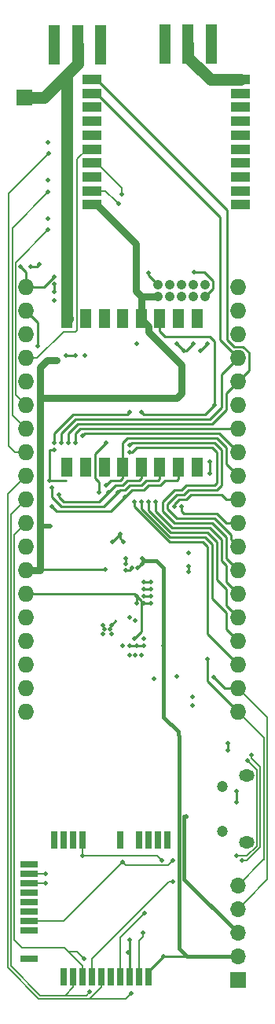
<source format=gbr>
G04 #@! TF.FileFunction,Copper,L2,Bot,Signal*
%FSLAX46Y46*%
G04 Gerber Fmt 4.6, Leading zero omitted, Abs format (unit mm)*
G04 Created by KiCad (PCBNEW 4.0.6) date 06/09/17 16:23:24*
%MOMM*%
%LPD*%
G01*
G04 APERTURE LIST*
%ADD10C,0.100000*%
%ADD11O,1.727200X1.727200*%
%ADD12C,1.200000*%
%ADD13O,1.700000X1.300000*%
%ADD14R,1.270000X4.200000*%
%ADD15O,1.050000X1.050000*%
%ADD16R,1.300000X2.000000*%
%ADD17R,1.700000X1.700000*%
%ADD18O,1.700000X1.700000*%
%ADD19R,1.998980X1.000760*%
%ADD20R,1.900000X0.800000*%
%ADD21R,0.800000X1.900000*%
%ADD22C,0.500000*%
%ADD23C,1.270000*%
%ADD24C,0.254000*%
%ADD25C,0.381000*%
%ADD26C,0.762000*%
%ADD27C,0.508000*%
%ADD28C,0.203200*%
G04 APERTURE END LIST*
D10*
D11*
X24130000Y17780000D03*
X24130000Y20320000D03*
X24130000Y22860000D03*
X24130000Y25400000D03*
X24130000Y50800000D03*
X24130000Y48260000D03*
X24130000Y45720000D03*
X24130000Y43180000D03*
X24130000Y40640000D03*
X24130000Y38100000D03*
X24130000Y35560000D03*
X24130000Y33020000D03*
X24130000Y30480000D03*
X24130000Y27940000D03*
X24130000Y15240000D03*
X24130000Y12700000D03*
X24130000Y10160000D03*
X24130000Y7620000D03*
X24130000Y5080000D03*
D12*
X22425000Y-7800000D03*
X22425000Y-2950000D03*
D13*
X25075000Y-9000000D03*
X25075000Y-1750000D03*
D14*
X6852800Y76860400D03*
X4352800Y76860400D03*
X9352800Y76860400D03*
D15*
X15494000Y49784000D03*
X15494000Y51054000D03*
X16764000Y49784000D03*
X16764000Y51054000D03*
X18034000Y49784000D03*
X18034000Y51054000D03*
X19304000Y49784000D03*
X19304000Y51054000D03*
X20574000Y49784000D03*
X20574000Y51054000D03*
D11*
X1270000Y17780000D03*
X1270000Y20320000D03*
X1270000Y22860000D03*
X1270000Y25400000D03*
X1270000Y50800000D03*
X1270000Y48260000D03*
X1270000Y45720000D03*
X1270000Y43180000D03*
X1270000Y40640000D03*
X1270000Y38100000D03*
X1270000Y35560000D03*
X1270000Y33020000D03*
X1270000Y30480000D03*
X1270000Y27940000D03*
X1270000Y15240000D03*
X1270000Y12700000D03*
X1270000Y10160000D03*
X1270000Y7620000D03*
X1270000Y5080000D03*
D16*
X19700000Y31370000D03*
X17700000Y31370000D03*
X15700000Y31370000D03*
X13700000Y31370000D03*
X11700000Y31370000D03*
X9700000Y31370000D03*
X7700000Y31370000D03*
X5700000Y31370000D03*
X5700000Y47370000D03*
X7700000Y47370000D03*
X9700000Y47370000D03*
X11700000Y47370000D03*
X13700000Y47370000D03*
X15700000Y47370000D03*
X17700000Y47370000D03*
X19700000Y47370000D03*
D14*
X18750400Y77000000D03*
X16250400Y77000000D03*
X21250400Y77000000D03*
D17*
X24100000Y-23800000D03*
D18*
X24100000Y-21260000D03*
X24100000Y-18720000D03*
X24100000Y-16180000D03*
X24100000Y-13640000D03*
D19*
X8382000Y59654440D03*
X8382000Y61153040D03*
X8382000Y62654180D03*
X8382000Y64152780D03*
X8382000Y65653920D03*
X8382000Y67152520D03*
X8382000Y68653660D03*
X8382000Y70152260D03*
X8382000Y71653400D03*
X8382000Y73152000D03*
X24384000Y73152000D03*
X24384000Y71653400D03*
X24384000Y70152260D03*
X24384000Y68653660D03*
X24384000Y67152520D03*
X24384000Y65653920D03*
X24384000Y64152780D03*
X24384000Y62654180D03*
X24384000Y61153040D03*
X24384000Y59654440D03*
D17*
X1066800Y71170800D03*
D20*
X1651000Y-18478501D03*
X1651000Y-17462501D03*
X1651000Y-16446500D03*
X1651000Y-15430500D03*
X1651000Y-14414501D03*
X1651000Y-13398501D03*
X1651000Y-12382501D03*
X1651000Y-11366501D03*
X1651000Y-21526501D03*
D21*
X7370450Y-8696101D03*
X6354450Y-8696101D03*
X5338450Y-8696101D03*
X4322450Y-8696101D03*
X11434450Y-8696101D03*
X13466453Y-8696101D03*
X14482450Y-8696101D03*
X15498450Y-8696101D03*
X16514450Y-8696101D03*
X5330230Y-23426371D03*
X6346230Y-23426371D03*
X7362230Y-23426371D03*
X8378230Y-23426371D03*
X9394230Y-23426371D03*
X10410230Y-23426371D03*
X11426230Y-23426371D03*
X12442234Y-23426371D03*
X13458234Y-23426371D03*
X14474230Y-23426371D03*
D22*
X3672800Y58189600D03*
X3672800Y62298000D03*
X3672800Y66383600D03*
X23977600Y-4673600D03*
X23977600Y-3505200D03*
X12293600Y-20828000D03*
X12446000Y-19507200D03*
X16514450Y-8696101D03*
X1651000Y-11366501D03*
X17526000Y8890000D03*
X15113000Y8636000D03*
X2750000Y53250000D03*
X1750000Y53000000D03*
X700000Y53000000D03*
X4300000Y49400000D03*
X4300000Y50250000D03*
X4300000Y51100000D03*
X4300000Y51900000D03*
X13200000Y44712000D03*
X23050000Y1700000D03*
X23050000Y950000D03*
X19185000Y5797000D03*
X19185000Y6677000D03*
X18832990Y20780904D03*
X18832990Y20187834D03*
X18832990Y22178392D03*
X11800000Y23400000D03*
X10600000Y23400000D03*
X11400000Y24200000D03*
X19400000Y52400000D03*
X18288000Y43942000D03*
X19304000Y44704000D03*
X17526000Y44704000D03*
X20066000Y43942000D03*
X20828000Y44704000D03*
X10515600Y14427200D03*
X10502900Y13487400D03*
X13970000Y12954000D03*
X13970000Y12192000D03*
X13208000Y12192000D03*
X12446000Y12192000D03*
X4318000Y33274000D03*
X21082000Y30734000D03*
X21082000Y32004000D03*
X3810000Y29972000D03*
X11684000Y12192000D03*
X12446000Y15240000D03*
X13081000Y14859000D03*
X7620000Y43434000D03*
X6604000Y43434000D03*
X5588000Y43434000D03*
X10299700Y13970000D03*
X9575800Y14427200D03*
X9779000Y13957300D03*
X9575800Y13487400D03*
X8382000Y59654440D03*
X1651000Y-16446500D03*
X1651000Y-21526501D03*
X16090601Y-21260000D03*
X17674434Y2942434D03*
X16100000Y12200000D03*
X9800000Y20400000D03*
X13843000Y21590000D03*
X13843000Y20955000D03*
X13335000Y20574000D03*
X12700000Y20574000D03*
X12065000Y20320000D03*
X12065000Y20955000D03*
X12065000Y21590000D03*
X2794000Y32004000D03*
X3922000Y25034000D03*
X18034000Y40640000D03*
X3810000Y42926000D03*
X4572000Y42926000D03*
X13096000Y51308000D03*
X13096000Y51928000D03*
X13970000Y19050000D03*
X14732000Y19050000D03*
X14732000Y18288000D03*
X13970000Y18288000D03*
X13970000Y17526000D03*
X14732000Y17526000D03*
X14732000Y16764000D03*
X13970000Y16764000D03*
X13208000Y16764000D03*
X13208000Y17526000D03*
X12954000Y12954000D03*
X11582400Y60807600D03*
X18542000Y-6146800D03*
X11227589Y59740011D03*
X8382000Y65653920D03*
X3657600Y56946800D03*
X3657600Y61010800D03*
X13919200Y-18745200D03*
X12446000Y33782000D03*
X14043130Y-16592896D03*
X12446000Y33020000D03*
X9906000Y34036000D03*
X9144000Y28702000D03*
X7366000Y34798000D03*
X6604000Y34036000D03*
X5842000Y34036000D03*
X5080000Y34036000D03*
X12630311Y-25209112D03*
X4064000Y29210000D03*
X11176000Y28702000D03*
X8128000Y-25095200D03*
X4826000Y28448000D03*
X10160000Y28702000D03*
X7518400Y-21539200D03*
X4064000Y27178000D03*
X11938000Y28194000D03*
X13716000Y37338000D03*
X21590000Y38100000D03*
X9906000Y29464000D03*
X25590500Y444500D03*
X24551708Y-10965156D03*
X17068800Y-10965156D03*
X11694755Y-11113555D03*
X14478000Y27686000D03*
X15926589Y-10960311D03*
X7366000Y-10414000D03*
X15240000Y27686000D03*
X25146000Y-190500D03*
X23939500Y-10456301D03*
X13716000Y27686000D03*
X17272000Y27178000D03*
X17068800Y-13208000D03*
X18034000Y27178000D03*
X20850000Y10750000D03*
X21500000Y8800000D03*
X14478000Y52324000D03*
X3708400Y65176400D03*
X12446000Y37338000D03*
X4318000Y34036000D03*
X2540000Y44450000D03*
X13716000Y11176000D03*
X13081000Y11176000D03*
X12446000Y11176000D03*
X12954000Y27686000D03*
X3403600Y-13411200D03*
X3352800Y-12395200D03*
D23*
X5700000Y47370000D02*
X5700000Y73684000D01*
X5700000Y73684000D02*
X6852800Y74836800D01*
X1066800Y71170800D02*
X3186800Y71170800D01*
X3186800Y71170800D02*
X6852800Y74836800D01*
X6852800Y74836800D02*
X6852800Y76860400D01*
X5700000Y47370000D02*
X5700000Y48700000D01*
X5700000Y47370000D02*
X5739939Y47409939D01*
D24*
X23977600Y-3858753D02*
X23977600Y-4673600D01*
X23977600Y-3505200D02*
X23977600Y-3858753D01*
X12442234Y-23426371D02*
X12442234Y-19510966D01*
X12442234Y-19510966D02*
X12446000Y-19507200D01*
X1750000Y53000000D02*
X2500000Y53000000D01*
X2500000Y53000000D02*
X2750000Y53250000D01*
X1270000Y50800000D02*
X1270000Y52430000D01*
X1270000Y52430000D02*
X700000Y53000000D01*
X4300000Y51100000D02*
X4300000Y50250000D01*
X1270000Y50800000D02*
X3200000Y50800000D01*
X3200000Y50800000D02*
X4300000Y51900000D01*
X23050000Y950000D02*
X23050000Y1700000D01*
X18832990Y20780904D02*
X18832990Y20187834D01*
X11400000Y24200000D02*
X11400000Y23800000D01*
X11400000Y23800000D02*
X11800000Y23400000D01*
X11400000Y24200000D02*
X10600000Y23400000D01*
X20474162Y52400000D02*
X19400000Y52400000D01*
X20574000Y49784000D02*
X21416001Y50626001D01*
X21416001Y50626001D02*
X21416001Y51458161D01*
X21416001Y51458161D02*
X20474162Y52400000D01*
X18288000Y43942000D02*
X17526000Y44704000D01*
X18288000Y43942000D02*
X18542000Y43942000D01*
X18542000Y43942000D02*
X19304000Y44704000D01*
X20066000Y43942000D02*
X20828000Y44704000D01*
X13208000Y12192000D02*
X13970000Y12192000D01*
X12446000Y12192000D02*
X13208000Y12192000D01*
X3810000Y33274000D02*
X4318000Y33274000D01*
X3810000Y29972000D02*
X3810000Y33274000D01*
X21082000Y32004000D02*
X21082000Y30734000D01*
X3810000Y29972000D02*
X5588000Y29972000D01*
X10940000Y14859000D02*
X10414000Y14333000D01*
X5588000Y43434000D02*
X6604000Y43434000D01*
D25*
X17674434Y2942434D02*
X17674434Y2588881D01*
X17674434Y2588881D02*
X17780000Y2483315D01*
X17780000Y2483315D02*
X17780000Y-4775200D01*
X17780000Y-4775200D02*
X17780000Y-20396400D01*
X17780000Y-20396400D02*
X18643600Y-21260000D01*
X24100000Y-21260000D02*
X18643600Y-21260000D01*
D24*
X18643600Y-21260000D02*
X16090601Y-21260000D01*
X16090601Y-21260000D02*
X14474230Y-22876371D01*
X14474230Y-22876371D02*
X14474230Y-23426371D01*
D25*
X17674434Y2942434D02*
X16100000Y4516868D01*
X16100000Y4516868D02*
X16100000Y4826000D01*
X16100000Y4826000D02*
X16100000Y6477000D01*
X16100000Y12200000D02*
X16100000Y6477000D01*
D26*
X13096000Y51928000D02*
X13096000Y55439550D01*
X13096000Y55439550D02*
X8881110Y59654440D01*
X8881110Y59654440D02*
X8382000Y59654440D01*
X13096000Y52253330D02*
X13096000Y51928000D01*
X14516599Y45943279D02*
X18034000Y42425878D01*
X14516599Y46553401D02*
X14516599Y45943279D01*
X13700000Y47370000D02*
X14516599Y46553401D01*
X18034000Y42425878D02*
X18034000Y41656000D01*
D25*
X16100000Y13100000D02*
X16100000Y12200000D01*
X16100000Y20550000D02*
X16100000Y13100000D01*
X15309999Y21340001D02*
X16100000Y20550000D01*
X13843000Y21590000D02*
X14092999Y21340001D01*
X14092999Y21340001D02*
X15309999Y21340001D01*
D24*
X9800000Y20400000D02*
X1350000Y20400000D01*
X1350000Y20400000D02*
X1270000Y20320000D01*
X13843000Y20955000D02*
X13843000Y21590000D01*
X13335000Y20574000D02*
X13716000Y20955000D01*
X13716000Y20955000D02*
X13843000Y20955000D01*
X12700000Y20574000D02*
X12446000Y20320000D01*
X12446000Y20320000D02*
X12065000Y20320000D01*
X12065000Y20955000D02*
X12065000Y21590000D01*
D25*
X2794000Y32004000D02*
X2794000Y20320000D01*
D24*
X1397000Y20447000D02*
X1270000Y20320000D01*
D26*
X2794000Y37871400D02*
X2794000Y25146000D01*
X2794000Y25146000D02*
X2794000Y20320000D01*
D27*
X3922000Y25034000D02*
X2906000Y25034000D01*
X2906000Y25034000D02*
X2794000Y25146000D01*
X18034000Y40640000D02*
X18034000Y41656000D01*
D26*
X2794000Y37871400D02*
X2794000Y42164000D01*
X2794000Y42164000D02*
X3556000Y42926000D01*
X3556000Y42926000D02*
X4572000Y42926000D01*
X13096000Y51308000D02*
X13096000Y50404000D01*
X13096000Y50404000D02*
X13700000Y49800000D01*
X13700000Y49800000D02*
X13700000Y49260000D01*
X13700000Y49260000D02*
X13700000Y47370000D01*
X13096000Y51928000D02*
X13096000Y51308000D01*
X13716000Y49784000D02*
X15494000Y49784000D01*
D27*
X13096000Y51308000D02*
X13096000Y50912000D01*
D26*
X18034000Y41656000D02*
X18034000Y39370000D01*
X18034000Y39370000D02*
X17526000Y38862000D01*
X17526000Y38862000D02*
X2794000Y38862000D01*
X2794000Y38862000D02*
X2794000Y37871400D01*
X2794000Y20320000D02*
X1270000Y20320000D01*
D24*
X1270000Y17780000D02*
X12954000Y17780000D01*
X13716000Y13716000D02*
X12954000Y12954000D01*
X12954000Y17780000D02*
X13716000Y17018000D01*
X13716000Y17018000D02*
X13716000Y13716000D01*
X14732000Y19050000D02*
X13970000Y19050000D01*
X13970000Y18288000D02*
X14732000Y18288000D01*
X14732000Y17526000D02*
X13970000Y17526000D01*
X13970000Y16764000D02*
X14732000Y16764000D01*
X13208000Y17526000D02*
X13208000Y16764000D01*
D28*
X11582400Y61451490D02*
X8881110Y64152780D01*
X8881110Y64152780D02*
X8382000Y64152780D01*
X11582400Y60807600D02*
X11582400Y61451490D01*
D25*
X18313410Y-12933410D02*
X18313410Y-6197600D01*
X18313410Y-6197600D02*
X18491200Y-6197600D01*
X18491200Y-6197600D02*
X18542000Y-6146800D01*
X24100000Y-18720000D02*
X18313410Y-12933410D01*
D24*
X7764780Y64152780D02*
X8382000Y64152780D01*
D28*
X10977590Y59990010D02*
X11227589Y59740011D01*
X9814560Y61153040D02*
X10977590Y59990010D01*
X8382000Y61153040D02*
X9814560Y61153040D01*
X1270000Y43180000D02*
X2491314Y43180000D01*
X2491314Y43180000D02*
X5325713Y46014399D01*
X5325713Y46014399D02*
X6634481Y46014399D01*
X6634481Y46014399D02*
X6795999Y46175917D01*
X6795999Y46175917D02*
X6795999Y64567029D01*
X6795999Y64567029D02*
X7882890Y65653920D01*
X7882890Y65653920D02*
X8382000Y65653920D01*
X152399Y53543199D02*
X253999Y53543199D01*
X253999Y53543199D02*
X3657600Y56946800D01*
X1270000Y38100000D02*
X152399Y39217601D01*
X152399Y39217601D02*
X152399Y53543199D01*
X-203212Y52679612D02*
X-203212Y57149988D01*
X-203212Y57149988D02*
X3657600Y61010800D01*
X1270000Y35560000D02*
X-203212Y37033212D01*
X-203212Y37033212D02*
X-203212Y52679612D01*
X13919200Y-18745200D02*
X13919200Y-19098753D01*
X13919200Y-19098753D02*
X13458234Y-19559719D01*
X13458234Y-19559719D02*
X13458234Y-22273171D01*
X13458234Y-22273171D02*
X13458234Y-23426371D01*
D24*
X23368000Y23622000D02*
X24130000Y22860000D01*
X21590000Y25908000D02*
X23368000Y24130000D01*
X16510000Y26924000D02*
X17526000Y25908000D01*
X17526000Y28448000D02*
X16510000Y27432000D01*
X21590000Y34036000D02*
X22352000Y33274000D01*
X23368000Y24130000D02*
X23368000Y23622000D01*
X18288000Y28448000D02*
X18796000Y28956000D01*
X17526000Y25908000D02*
X21590000Y25908000D01*
X22352000Y33274000D02*
X22352000Y29464000D01*
X21844000Y28956000D02*
X18796000Y28956000D01*
X16510000Y27432000D02*
X16510000Y26924000D01*
X22352000Y29464000D02*
X21844000Y28956000D01*
X17526000Y28448000D02*
X18288000Y28448000D01*
X12700000Y34036000D02*
X21590000Y34036000D01*
X12446000Y33782000D02*
X12700000Y34036000D01*
D28*
X13793131Y-16842895D02*
X14043130Y-16592896D01*
X11426230Y-23426371D02*
X11426230Y-19209796D01*
X11426230Y-19209796D02*
X13793131Y-16842895D01*
X11620500Y-23232101D02*
X11426230Y-23426371D01*
D24*
X21336000Y33528000D02*
X13208000Y33528000D01*
X21844000Y33020000D02*
X21336000Y33528000D01*
X21844000Y29718000D02*
X21844000Y33020000D01*
X21590000Y29464000D02*
X21844000Y29718000D01*
X16002000Y27686000D02*
X17272000Y28956000D01*
X16002000Y26670000D02*
X16002000Y27686000D01*
X17272000Y25400000D02*
X16002000Y26670000D01*
X24130000Y20320000D02*
X22860000Y21590000D01*
X12700000Y33020000D02*
X12446000Y33020000D01*
X13208000Y33528000D02*
X12700000Y33020000D01*
X22860000Y21590000D02*
X22860000Y23876000D01*
X18542000Y29464000D02*
X21590000Y29464000D01*
X22860000Y23876000D02*
X21336000Y25400000D01*
X17272000Y28956000D02*
X18034000Y28956000D01*
X21336000Y25400000D02*
X17272000Y25400000D01*
X18034000Y28956000D02*
X18542000Y29464000D01*
X24130000Y20828000D02*
X24130000Y20320000D01*
X9906000Y34036000D02*
X8686800Y32816800D01*
X8686800Y32816800D02*
X8686800Y30226000D01*
X8686800Y30226000D02*
X9144000Y29768800D01*
X9144000Y29768800D02*
X9144000Y28702000D01*
X7366000Y34798000D02*
X7620000Y35052000D01*
X7620000Y35052000D02*
X22098000Y35052000D01*
X22098000Y35052000D02*
X24130000Y33020000D01*
X6604000Y34036000D02*
X6604000Y35052000D01*
X6604000Y35052000D02*
X7112000Y35560000D01*
X7112000Y35560000D02*
X24130000Y35560000D01*
X24130000Y40640000D02*
X25310601Y41820601D01*
X25310601Y41820601D02*
X25310601Y43746689D01*
X25310601Y43746689D02*
X24657290Y44400000D01*
X24657290Y44400000D02*
X23702710Y44400000D01*
X23702710Y44400000D02*
X22949399Y45153311D01*
X22949399Y45153311D02*
X22949399Y59083711D01*
X22949399Y59083711D02*
X8881110Y73152000D01*
X8881110Y73152000D02*
X8382000Y73152000D01*
X5842000Y34036000D02*
X5842000Y35052000D01*
X5842000Y35052000D02*
X6858000Y36068000D01*
X6858000Y36068000D02*
X21336000Y36068000D01*
X21336000Y36068000D02*
X22860000Y37592000D01*
X22860000Y37592000D02*
X22860000Y39370000D01*
X22860000Y39370000D02*
X24130000Y40640000D01*
X22200000Y58334510D02*
X8881110Y71653400D01*
X8881110Y71653400D02*
X8382000Y71653400D01*
X22200000Y54600000D02*
X22200000Y58334510D01*
X22200000Y45110000D02*
X22200000Y54600000D01*
X22200000Y54600000D02*
X22200000Y54800000D01*
X24130000Y43180000D02*
X22200000Y45110000D01*
X5080000Y34036000D02*
X5080000Y35052000D01*
X5080000Y35052000D02*
X6604000Y36576000D01*
X6604000Y36576000D02*
X21082000Y36576000D01*
X21082000Y36576000D02*
X22352000Y37846000D01*
X22352000Y37846000D02*
X22352000Y41402000D01*
X22352000Y41402000D02*
X24130000Y43180000D01*
D28*
X12033012Y-25806411D02*
X12380312Y-25459111D01*
X8167390Y-25806411D02*
X12033012Y-25806411D01*
X12380312Y-25459111D02*
X12630311Y-25209112D01*
X1270000Y30480000D02*
X-711222Y28498778D01*
X-711222Y28498778D02*
X-711222Y-22448486D01*
X9394230Y-24579571D02*
X9394230Y-23426371D01*
X-711222Y-22448486D02*
X2646702Y-25806411D01*
X2646702Y-25806411D02*
X8167390Y-25806411D01*
X8167390Y-25806411D02*
X9394230Y-24579571D01*
D24*
X4064000Y29210000D02*
X4064000Y28194000D01*
X4064000Y28194000D02*
X5080000Y27178000D01*
X5080000Y27178000D02*
X9652000Y27178000D01*
X9652000Y27178000D02*
X11176000Y28702000D01*
X11176000Y28702000D02*
X11430000Y28956000D01*
X11430000Y28956000D02*
X11938000Y28956000D01*
X11938000Y28956000D02*
X12446000Y29464000D01*
X12446000Y29464000D02*
X13716000Y29464000D01*
X13716000Y29464000D02*
X14224000Y29972000D01*
X14224000Y29972000D02*
X15494000Y29972000D01*
X15494000Y29972000D02*
X15700000Y30178000D01*
X15700000Y30178000D02*
X15700000Y31370000D01*
D28*
X5475001Y-25450800D02*
X7772400Y-25450800D01*
X7772400Y-25450800D02*
X8128000Y-25095200D01*
X1270000Y27940000D02*
X-355611Y26314389D01*
X-355611Y26314389D02*
X-355611Y-21691589D01*
X-355611Y-21691589D02*
X-355600Y-21691600D01*
X5475001Y-25450800D02*
X6346230Y-24579571D01*
X-355600Y-21691600D02*
X-355600Y-22301200D01*
X-355600Y-22301200D02*
X2794000Y-25450800D01*
X2794000Y-25450800D02*
X5475001Y-25450800D01*
X6346230Y-24579571D02*
X6346230Y-23426371D01*
D24*
X4826000Y28448000D02*
X4826000Y28194000D01*
X4826000Y28194000D02*
X5334000Y27686000D01*
X9144000Y27686000D02*
X10160000Y28702000D01*
X5334000Y27686000D02*
X9144000Y27686000D01*
X13462000Y29972000D02*
X13700000Y30210000D01*
X12192000Y29972000D02*
X13462000Y29972000D01*
X10922000Y29464000D02*
X11684000Y29464000D01*
X11684000Y29464000D02*
X12192000Y29972000D01*
X10160000Y28702000D02*
X10922000Y29464000D01*
X13700000Y30210000D02*
X13700000Y31370000D01*
D28*
X5866259Y-20777200D02*
X7362230Y-22273171D01*
X5409059Y-20320000D02*
X5866259Y-20777200D01*
X5866259Y-20777200D02*
X6756400Y-20777200D01*
X6756400Y-20777200D02*
X7518400Y-21539200D01*
X0Y-5029200D02*
X0Y-19507200D01*
X0Y-19507200D02*
X812800Y-20320000D01*
X812800Y-20320000D02*
X5409059Y-20320000D01*
X7362230Y-22273171D02*
X7362230Y-23426371D01*
X0Y4699000D02*
X0Y-5029200D01*
X16970Y-5012230D02*
X0Y-5029200D01*
X0Y24130000D02*
X406401Y24536401D01*
X406401Y24536401D02*
X1270000Y25400000D01*
X0Y4699000D02*
X0Y24130000D01*
D24*
X4064000Y27178000D02*
X4572000Y26670000D01*
X4572000Y26670000D02*
X10414000Y26670000D01*
X10414000Y26670000D02*
X11938000Y28194000D01*
X11938000Y28194000D02*
X12700000Y28956000D01*
X12700000Y28956000D02*
X13970000Y28956000D01*
X13970000Y28956000D02*
X14478000Y29464000D01*
X16256000Y29972000D02*
X17526000Y29972000D01*
X17700000Y30146000D02*
X17700000Y31370000D01*
X14478000Y29464000D02*
X15748000Y29464000D01*
X15748000Y29464000D02*
X16256000Y29972000D01*
X17526000Y29972000D02*
X17700000Y30146000D01*
X13716000Y37338000D02*
X13970000Y37084000D01*
X13970000Y37084000D02*
X20574000Y37084000D01*
X20574000Y37084000D02*
X21590000Y38100000D01*
X21590000Y38100000D02*
X21590000Y44958000D01*
X21590000Y44958000D02*
X21082000Y45466000D01*
X21082000Y45466000D02*
X16256000Y45466000D01*
X15700000Y46022000D02*
X15700000Y47370000D01*
X16256000Y45466000D02*
X15700000Y46022000D01*
X11700000Y31370000D02*
X11700000Y34052000D01*
X11700000Y34052000D02*
X12192000Y34544000D01*
X12192000Y34544000D02*
X21844000Y34544000D01*
X21844000Y34544000D02*
X22860000Y33528000D01*
X22860000Y33528000D02*
X22860000Y31750000D01*
X22860000Y31750000D02*
X24130000Y30480000D01*
X9906000Y29464000D02*
X10414000Y29972000D01*
X10414000Y29972000D02*
X11430000Y29972000D01*
X11430000Y29972000D02*
X11700000Y30242000D01*
X11700000Y30242000D02*
X11700000Y31370000D01*
X24130000Y30734000D02*
X24130000Y30480000D01*
D28*
X25091216Y-10965156D02*
X24905261Y-10965156D01*
X24905261Y-10965156D02*
X24551708Y-10965156D01*
X26534621Y-9521751D02*
X25091216Y-10965156D01*
X26534621Y-885713D02*
X26534621Y-9521751D01*
X25590500Y444500D02*
X25590500Y58408D01*
X25590500Y58408D02*
X26534621Y-885713D01*
X16569644Y-11464312D02*
X16818801Y-11215155D01*
X16818801Y-11215155D02*
X17068800Y-10965156D01*
X11694755Y-11113555D02*
X12045512Y-11464312D01*
X12045512Y-11464312D02*
X16569644Y-11464312D01*
X1651000Y-17462501D02*
X5345809Y-17462501D01*
X5345809Y-17462501D02*
X11694755Y-11113555D01*
D24*
X21844000Y23368000D02*
X21844000Y19304000D01*
X22860000Y16510000D02*
X23266401Y16103599D01*
X23266401Y16103599D02*
X24130000Y15240000D01*
X16861829Y24384000D02*
X20828000Y24384000D01*
X22860000Y18288000D02*
X22860000Y16510000D01*
X14478000Y27686000D02*
X14478000Y26767830D01*
X14478000Y26767830D02*
X16861829Y24384000D01*
X21844000Y19304000D02*
X22860000Y18288000D01*
X20828000Y24384000D02*
X21844000Y23368000D01*
D28*
X7366000Y-10414000D02*
X15380278Y-10414000D01*
X15676590Y-10710312D02*
X15926589Y-10960311D01*
X15380278Y-10414000D02*
X15676590Y-10710312D01*
X7366000Y-10414000D02*
X7366000Y-8700551D01*
X7366000Y-8700551D02*
X7370450Y-8696101D01*
D24*
X22860000Y20828000D02*
X22860000Y19050000D01*
X22352000Y21336000D02*
X22860000Y20828000D01*
X15240000Y26670000D02*
X17018000Y24892000D01*
X17018000Y24892000D02*
X21082000Y24892000D01*
X22352000Y23622000D02*
X22352000Y21336000D01*
X22860000Y19050000D02*
X24130000Y17780000D01*
X15240000Y27686000D02*
X15240000Y26670000D01*
X21082000Y24892000D02*
X22352000Y23622000D01*
X24130000Y18034000D02*
X24130000Y17780000D01*
D28*
X23939500Y-10456301D02*
X25097162Y-10456301D01*
X26179010Y-9374453D02*
X26179010Y-1223510D01*
X25097162Y-10456301D02*
X26179010Y-9374453D01*
X26179010Y-1223510D02*
X25146000Y-190500D01*
D24*
X23266401Y13563599D02*
X24130000Y12700000D01*
X22860000Y13970000D02*
X23266401Y13563599D01*
X13716000Y26955079D02*
X16795078Y23876000D01*
X22860000Y15748000D02*
X22860000Y13970000D01*
X13716000Y27686000D02*
X13716000Y26955079D01*
X20574000Y23876000D02*
X21336000Y23114000D01*
X16795078Y23876000D02*
X20574000Y23876000D01*
X21336000Y17272000D02*
X22860000Y15748000D01*
X21336000Y23114000D02*
X21336000Y17272000D01*
X17272000Y27178000D02*
X17272000Y27432000D01*
X18542000Y27940000D02*
X19050000Y28448000D01*
X19050000Y28448000D02*
X22352000Y28448000D01*
X22860000Y27940000D02*
X22352000Y28448000D01*
X24130000Y27940000D02*
X22860000Y27940000D01*
X17780000Y27940000D02*
X18542000Y27940000D01*
X17272000Y27432000D02*
X17780000Y27940000D01*
D28*
X17068800Y-13208000D02*
X16715247Y-13208000D01*
X8378230Y-21545017D02*
X8378230Y-22273171D01*
X8378230Y-22273171D02*
X8378230Y-23426371D01*
X16715247Y-13208000D02*
X8378230Y-21545017D01*
D24*
X8318500Y-23366641D02*
X8378230Y-23426371D01*
X18288000Y26416000D02*
X21844000Y26416000D01*
X22860000Y25400000D02*
X24130000Y25400000D01*
X18034000Y26670000D02*
X18288000Y26416000D01*
X21844000Y26416000D02*
X22860000Y25400000D01*
X18034000Y27178000D02*
X18034000Y26670000D01*
D28*
X24130000Y5080000D02*
X26890232Y2319768D01*
X26890232Y2319768D02*
X26890232Y-10849768D01*
X26873220Y-10866780D02*
X24100000Y-13640000D01*
X26890232Y-10849768D02*
X26873220Y-10866780D01*
D24*
X20850000Y10750000D02*
X20850000Y8360000D01*
X20850000Y8360000D02*
X24130000Y5080000D01*
X24130000Y5420000D02*
X24130000Y5080000D01*
D28*
X24130000Y7620000D02*
X27292333Y4457667D01*
X27292333Y-12987667D02*
X24949999Y-15330001D01*
X27292333Y4457667D02*
X27292333Y-12987667D01*
X24949999Y-15330001D02*
X24100000Y-16180000D01*
D24*
X21500000Y8800000D02*
X22680000Y7620000D01*
X22680000Y7620000D02*
X24130000Y7620000D01*
X14478000Y52324000D02*
X14478000Y52070000D01*
X14478000Y52070000D02*
X15494000Y51054000D01*
D28*
X-609600Y52019200D02*
X-609600Y60858400D01*
X-609600Y60858400D02*
X3708400Y65176400D01*
X-609600Y33678286D02*
X-609600Y52019200D01*
X1270000Y33020000D02*
X48686Y33020000D01*
X48686Y33020000D02*
X-609600Y33678286D01*
D24*
X12446000Y37338000D02*
X12192000Y37084000D01*
X12192000Y37084000D02*
X6350000Y37084000D01*
X6350000Y37084000D02*
X4318000Y35052000D01*
X4318000Y35052000D02*
X4318000Y34036000D01*
X2540000Y44450000D02*
X2540000Y46990000D01*
X2540000Y46990000D02*
X1270000Y48260000D01*
D23*
X24384000Y73152000D02*
X21133400Y73152000D01*
X21133400Y73152000D02*
X18750400Y75535000D01*
X18750400Y75535000D02*
X18750400Y77000000D01*
D24*
X20828000Y22860000D02*
X20828000Y13462000D01*
X23266401Y11023599D02*
X24130000Y10160000D01*
X20828000Y13462000D02*
X23266401Y11023599D01*
X20320000Y23368000D02*
X20828000Y22860000D01*
X16728327Y23368000D02*
X20320000Y23368000D01*
X12954000Y27686000D02*
X12954000Y27142327D01*
X12954000Y27142327D02*
X16728327Y23368000D01*
D28*
X3403600Y-13411200D02*
X1663699Y-13411200D01*
X1663699Y-13411200D02*
X1651000Y-13398501D01*
X3352800Y-12395200D02*
X1663699Y-12395200D01*
X1663699Y-12395200D02*
X1651000Y-12382501D01*
M02*

</source>
